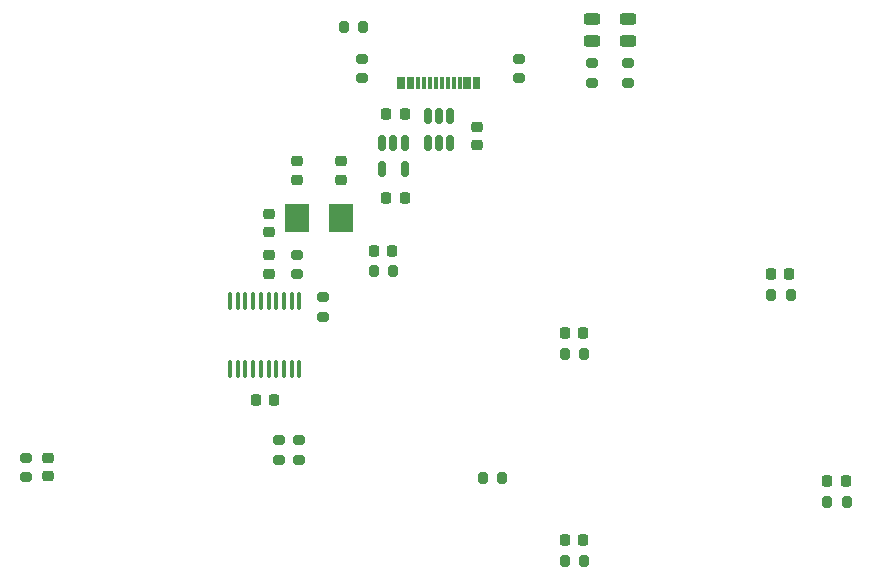
<source format=gbr>
%TF.GenerationSoftware,KiCad,Pcbnew,7.0.6*%
%TF.CreationDate,2023-11-25T17:25:05+01:00*%
%TF.ProjectId,gamepad,67616d65-7061-4642-9e6b-696361645f70,rev?*%
%TF.SameCoordinates,Original*%
%TF.FileFunction,Paste,Top*%
%TF.FilePolarity,Positive*%
%FSLAX46Y46*%
G04 Gerber Fmt 4.6, Leading zero omitted, Abs format (unit mm)*
G04 Created by KiCad (PCBNEW 7.0.6) date 2023-11-25 17:25:05*
%MOMM*%
%LPD*%
G01*
G04 APERTURE LIST*
G04 Aperture macros list*
%AMRoundRect*
0 Rectangle with rounded corners*
0 $1 Rounding radius*
0 $2 $3 $4 $5 $6 $7 $8 $9 X,Y pos of 4 corners*
0 Add a 4 corners polygon primitive as box body*
4,1,4,$2,$3,$4,$5,$6,$7,$8,$9,$2,$3,0*
0 Add four circle primitives for the rounded corners*
1,1,$1+$1,$2,$3*
1,1,$1+$1,$4,$5*
1,1,$1+$1,$6,$7*
1,1,$1+$1,$8,$9*
0 Add four rect primitives between the rounded corners*
20,1,$1+$1,$2,$3,$4,$5,0*
20,1,$1+$1,$4,$5,$6,$7,0*
20,1,$1+$1,$6,$7,$8,$9,0*
20,1,$1+$1,$8,$9,$2,$3,0*%
G04 Aperture macros list end*
%ADD10R,2.000000X2.400000*%
%ADD11RoundRect,0.225000X-0.250000X0.225000X-0.250000X-0.225000X0.250000X-0.225000X0.250000X0.225000X0*%
%ADD12RoundRect,0.243750X-0.456250X0.243750X-0.456250X-0.243750X0.456250X-0.243750X0.456250X0.243750X0*%
%ADD13RoundRect,0.200000X-0.275000X0.200000X-0.275000X-0.200000X0.275000X-0.200000X0.275000X0.200000X0*%
%ADD14RoundRect,0.200000X0.275000X-0.200000X0.275000X0.200000X-0.275000X0.200000X-0.275000X-0.200000X0*%
%ADD15RoundRect,0.225000X-0.225000X-0.250000X0.225000X-0.250000X0.225000X0.250000X-0.225000X0.250000X0*%
%ADD16RoundRect,0.200000X0.200000X0.275000X-0.200000X0.275000X-0.200000X-0.275000X0.200000X-0.275000X0*%
%ADD17RoundRect,0.225000X0.225000X0.250000X-0.225000X0.250000X-0.225000X-0.250000X0.225000X-0.250000X0*%
%ADD18RoundRect,0.225000X0.250000X-0.225000X0.250000X0.225000X-0.250000X0.225000X-0.250000X-0.225000X0*%
%ADD19RoundRect,0.150000X-0.150000X0.512500X-0.150000X-0.512500X0.150000X-0.512500X0.150000X0.512500X0*%
%ADD20RoundRect,0.200000X-0.200000X-0.275000X0.200000X-0.275000X0.200000X0.275000X-0.200000X0.275000X0*%
%ADD21R,0.300000X1.140000*%
%ADD22RoundRect,0.100000X-0.100000X0.637500X-0.100000X-0.637500X0.100000X-0.637500X0.100000X0.637500X0*%
G04 APERTURE END LIST*
D10*
%TO.C,Y1*%
X136700000Y-113675000D03*
X133000000Y-113675000D03*
%TD*%
D11*
%TO.C,C4*%
X136700000Y-108900000D03*
X136700000Y-110450000D03*
%TD*%
D12*
%TO.C,D2*%
X161000000Y-96862500D03*
X161000000Y-98737500D03*
%TD*%
D13*
%TO.C,R1*%
X135200000Y-120425000D03*
X135200000Y-122075000D03*
%TD*%
D14*
%TO.C,R12*%
X131425000Y-134150000D03*
X131425000Y-132500000D03*
%TD*%
D15*
%TO.C,C7*%
X155650000Y-123450000D03*
X157200000Y-123450000D03*
%TD*%
D16*
%TO.C,R4*%
X157300000Y-125200000D03*
X155650000Y-125200000D03*
%TD*%
D17*
%TO.C,C13*%
X142100000Y-112000000D03*
X140550000Y-112000000D03*
%TD*%
D11*
%TO.C,C5*%
X133000000Y-108900000D03*
X133000000Y-110450000D03*
%TD*%
D18*
%TO.C,C2*%
X130575000Y-118400000D03*
X130575000Y-116850000D03*
%TD*%
%TO.C,C11*%
X148200000Y-107550000D03*
X148200000Y-106000000D03*
%TD*%
D11*
%TO.C,C10*%
X111925000Y-134000000D03*
X111925000Y-135550000D03*
%TD*%
D13*
%TO.C,R9*%
X151750000Y-100225000D03*
X151750000Y-101875000D03*
%TD*%
D15*
%TO.C,C9*%
X155650000Y-140950000D03*
X157200000Y-140950000D03*
%TD*%
%TO.C,C6*%
X173125000Y-118450000D03*
X174675000Y-118450000D03*
%TD*%
D17*
%TO.C,C1*%
X131025000Y-129075000D03*
X129475000Y-129075000D03*
%TD*%
D15*
%TO.C,C8*%
X177900000Y-135975000D03*
X179450000Y-135975000D03*
%TD*%
D16*
%TO.C,R8*%
X138600000Y-97550000D03*
X136950000Y-97550000D03*
%TD*%
%TO.C,R6*%
X157300000Y-142700000D03*
X155650000Y-142700000D03*
%TD*%
D14*
%TO.C,R16*%
X161000000Y-102225000D03*
X161000000Y-100575000D03*
%TD*%
%TO.C,R7*%
X110075000Y-135650000D03*
X110075000Y-134000000D03*
%TD*%
D19*
%TO.C,U1*%
X145950000Y-105062500D03*
X145000000Y-105062500D03*
X144050000Y-105062500D03*
X144050000Y-107337500D03*
X145000000Y-107337500D03*
X145950000Y-107337500D03*
%TD*%
D12*
%TO.C,D1*%
X158000000Y-96862500D03*
X158000000Y-98737500D03*
%TD*%
D16*
%TO.C,R5*%
X179550000Y-137725000D03*
X177900000Y-137725000D03*
%TD*%
%TO.C,R14*%
X141150000Y-118225000D03*
X139500000Y-118225000D03*
%TD*%
D20*
%TO.C,R15*%
X148700000Y-135725000D03*
X150350000Y-135725000D03*
%TD*%
D14*
%TO.C,R11*%
X158000000Y-102225000D03*
X158000000Y-100575000D03*
%TD*%
D15*
%TO.C,C14*%
X139500000Y-116475000D03*
X141050000Y-116475000D03*
%TD*%
D21*
%TO.C,XT1*%
X148350000Y-102300000D03*
X147550000Y-102300000D03*
X146250000Y-102300000D03*
X145250000Y-102300000D03*
X144750000Y-102300000D03*
X143750000Y-102300000D03*
X142450000Y-102300000D03*
X141650000Y-102300000D03*
X141950000Y-102300000D03*
X142750000Y-102300000D03*
X143250000Y-102300000D03*
X144250000Y-102300000D03*
X145750000Y-102300000D03*
X146750000Y-102300000D03*
X147250000Y-102300000D03*
X148050000Y-102300000D03*
%TD*%
D17*
%TO.C,C12*%
X142100000Y-104900000D03*
X140550000Y-104900000D03*
%TD*%
D16*
%TO.C,R3*%
X174775000Y-120200000D03*
X173125000Y-120200000D03*
%TD*%
D13*
%TO.C,R10*%
X138475000Y-100225000D03*
X138475000Y-101875000D03*
%TD*%
%TO.C,R2*%
X133000000Y-116800000D03*
X133000000Y-118450000D03*
%TD*%
D14*
%TO.C,R13*%
X133175000Y-134150000D03*
X133175000Y-132500000D03*
%TD*%
D19*
%TO.C,U3*%
X142100000Y-107312500D03*
X141150000Y-107312500D03*
X140200000Y-107312500D03*
X140200000Y-109587500D03*
X142100000Y-109587500D03*
%TD*%
D18*
%TO.C,C3*%
X130600000Y-114875000D03*
X130600000Y-113325000D03*
%TD*%
D22*
%TO.C,U2*%
X133175000Y-120737500D03*
X132525000Y-120737500D03*
X131875000Y-120737500D03*
X131225000Y-120737500D03*
X130575000Y-120737500D03*
X129925000Y-120737500D03*
X129275000Y-120737500D03*
X128625000Y-120737500D03*
X127975000Y-120737500D03*
X127325000Y-120737500D03*
X127325000Y-126462500D03*
X127975000Y-126462500D03*
X128625000Y-126462500D03*
X129275000Y-126462500D03*
X129925000Y-126462500D03*
X130575000Y-126462500D03*
X131225000Y-126462500D03*
X131875000Y-126462500D03*
X132525000Y-126462500D03*
X133175000Y-126462500D03*
%TD*%
M02*

</source>
